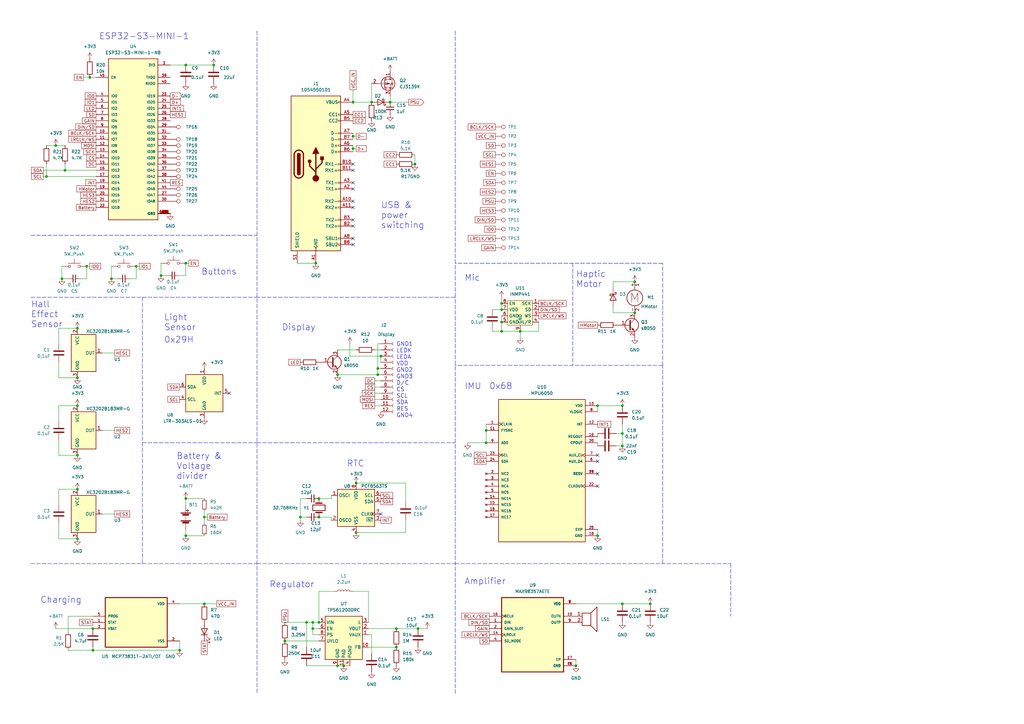
<source format=kicad_sch>
(kicad_sch (version 20211123) (generator eeschema)
  (paper "A3")
  (title_block (title "Nebula") (rev "V0.0") (company "Nicholas Gray"))
  (junction (at 205.74 124.46))
  (junction (at 199.39 176.53))
  (junction (at 38.1 257.81))
  (junction (at 130.81 255.27))
  (junction (at 130.81 204.47))
  (junction (at 205.74 135.89))
  (junction (at 255.27 182.88))
  (junction (at 125.73 255.27))
  (junction (at 170.18 67.31))
  (junction (at 144.78 60.96))
  (junction (at 83.82 247.65))
  (junction (at 245.11 166.37))
  (junction (at 26.67 69.85))
  (junction (at 76.2 219.71))
  (junction (at 138.43 273.05))
  (junction (at 260.35 128.27))
  (junction (at 255.27 166.37))
  (junction (at 128.27 255.27))
  (junction (at 87.63 26.67))
  (junction (at 213.36 135.89))
  (junction (at 154.94 153.67))
  (junction (at 156.21 146.05))
  (junction (at 22.86 59.69))
  (junction (at 144.78 55.88))
  (junction (at 162.56 257.81))
  (junction (at 130.81 212.09))
  (junction (at 116.84 262.89))
  (junction (at 36.83 31.75))
  (junction (at 129.54 107.95))
  (junction (at 199.39 181.61))
  (junction (at 152.4 41.91))
  (junction (at 76.2 107.95))
  (junction (at 31.75 166.37))
  (junction (at 205.74 132.08))
  (junction (at 45.72 114.3))
  (junction (at 76.2 204.47))
  (junction (at 31.75 186.69))
  (junction (at 25.4 114.3))
  (junction (at 66.04 113.03))
  (junction (at 236.22 273.05))
  (junction (at 266.7 247.65))
  (junction (at 19.05 72.39))
  (junction (at 140.97 273.05))
  (junction (at 245.11 219.71))
  (junction (at 38.1 266.7))
  (junction (at 255.27 177.8))
  (junction (at 55.88 109.22))
  (junction (at 146.05 218.44))
  (junction (at 162.56 265.43))
  (junction (at 160.02 41.91))
  (junction (at 171.45 257.81))
  (junction (at 31.75 220.98))
  (junction (at 260.35 115.57))
  (junction (at 73.66 266.7))
  (junction (at 128.27 257.81))
  (junction (at 154.94 151.13))
  (junction (at 31.75 200.66))
  (junction (at 31.75 154.94))
  (junction (at 35.56 109.22))
  (junction (at 31.75 134.62))
  (junction (at 255.27 247.65))
  (junction (at 83.82 212.09))
  (junction (at 123.19 212.09))
  (junction (at 138.43 153.67))
  (junction (at 144.78 41.91))
  (junction (at 146.05 198.12))
  (junction (at 76.2 26.67))
  (junction (at 205.74 127))
  (no_connect (at 144.78 69.85))
  (no_connect (at 156.21 210.82))
  (no_connect (at 144.78 92.71))
  (no_connect (at 245.11 199.39))
  (no_connect (at 144.78 67.31))
  (no_connect (at 245.11 194.31))
  (no_connect (at 144.78 82.55))
  (no_connect (at 93.98 161.29))
  (no_connect (at 144.78 90.17))
  (no_connect (at 144.78 85.09))
  (no_connect (at 144.78 100.33))
  (no_connect (at 144.78 97.79))
  (no_connect (at 245.11 189.23))
  (no_connect (at 144.78 77.47))
  (no_connect (at 245.11 186.69))
  (no_connect (at 144.78 74.93))
  (wire (pts (xy 201.93 135.89) (xy 205.74 135.89)))
  (wire (pts (xy 27.94 252.73) (xy 27.94 259.08)))
  (wire (pts (xy 66.04 113.03) (xy 68.58 113.03)))
  (wire (pts (xy 45.72 109.22) (xy 45.72 114.3)))
  (wire (pts (xy 252.73 182.88) (xy 255.27 182.88)))
  (wire (pts (xy 38.1 266.7) (xy 38.1 265.43)))
  (wire (pts (xy 201.93 135.89) (xy 201.93 134.62)))
  (wire (pts (xy 151.13 242.57) (xy 151.13 255.27)))
  (wire (pts (xy 152.4 260.35) (xy 152.4 267.97)))
  (polyline (pts (xy 12.7 231.14) (xy 58.42 231.14)))
  (wire (pts (xy 123.19 212.09) (xy 123.19 213.36)))
  (wire (pts (xy 17.78 72.39) (xy 19.05 72.39)))
  (wire (pts (xy 128.27 257.81) (xy 128.27 260.35)))
  (wire (pts (xy 24.13 220.98) (xy 31.75 220.98)))
  (wire (pts (xy 156.21 146.05) (xy 156.21 148.59)))
  (polyline (pts (xy 58.42 181.61) (xy 105.41 181.61)))
  (wire (pts (xy 125.73 255.27) (xy 128.27 255.27)))
  (wire (pts (xy 22.86 59.69) (xy 26.67 59.69)))
  (wire (pts (xy 255.27 177.8) (xy 255.27 182.88)))
  (wire (pts (xy 153.67 156.21) (xy 156.21 156.21)))
  (wire (pts (xy 83.82 209.55) (xy 83.82 212.09)))
  (wire (pts (xy 45.72 114.3) (xy 48.26 114.3)))
  (wire (pts (xy 76.2 107.95) (xy 76.2 113.03)))
  (wire (pts (xy 260.35 128.27) (xy 251.46 128.27)))
  (wire (pts (xy 251.46 115.57) (xy 260.35 115.57)))
  (wire (pts (xy 76.2 204.47) (xy 76.2 207.01)))
  (wire (pts (xy 140.97 273.05) (xy 143.51 273.05)))
  (wire (pts (xy 213.36 138.43) (xy 213.36 135.89)))
  (wire (pts (xy 245.11 182.88) (xy 245.11 181.61)))
  (polyline (pts (xy 271.78 107.95) (xy 186.69 107.95)))
  (wire (pts (xy 166.37 218.44) (xy 166.37 213.36)))
  (wire (pts (xy 130.81 212.09) (xy 135.89 212.09)))
  (wire (pts (xy 170.18 63.5) (xy 170.18 67.31)))
  (wire (pts (xy 205.74 132.08) (xy 205.74 135.89)))
  (wire (pts (xy 83.82 247.65) (xy 88.9 247.65)))
  (polyline (pts (xy 186.69 12.7) (xy 186.69 121.92)))
  (polyline (pts (xy 271.78 231.14) (xy 271.78 149.86)))
  (wire (pts (xy 38.1 252.73) (xy 27.94 252.73)))
  (wire (pts (xy 76.2 26.67) (xy 69.85 26.67)))
  (wire (pts (xy 255.27 173.99) (xy 255.27 177.8)))
  (wire (pts (xy 144.78 59.69) (xy 144.78 60.96)))
  (wire (pts (xy 24.13 166.37) (xy 24.13 172.72)))
  (polyline (pts (xy 271.78 149.86) (xy 186.69 149.86)))
  (wire (pts (xy 35.56 109.22) (xy 35.56 114.3)))
  (wire (pts (xy 125.73 204.47) (xy 123.19 204.47)))
  (wire (pts (xy 245.11 177.8) (xy 245.11 179.07)))
  (wire (pts (xy 123.19 204.47) (xy 123.19 212.09)))
  (wire (pts (xy 76.2 204.47) (xy 83.82 204.47)))
  (wire (pts (xy 55.88 109.22) (xy 55.88 114.3)))
  (wire (pts (xy 128.27 255.27) (xy 128.27 257.81)))
  (wire (pts (xy 130.81 242.57) (xy 137.16 242.57)))
  (wire (pts (xy 171.45 257.81) (xy 162.56 257.81)))
  (wire (pts (xy 41.91 210.82) (xy 46.99 210.82)))
  (wire (pts (xy 26.67 69.85) (xy 39.37 69.85)))
  (wire (pts (xy 22.86 257.81) (xy 38.1 257.81)))
  (wire (pts (xy 19.05 67.31) (xy 19.05 72.39)))
  (wire (pts (xy 25.4 114.3) (xy 27.94 114.3)))
  (wire (pts (xy 41.91 144.78) (xy 46.99 144.78)))
  (wire (pts (xy 151.13 265.43) (xy 162.56 265.43)))
  (polyline (pts (xy 58.42 121.92) (xy 58.42 231.14)))
  (wire (pts (xy 26.67 67.31) (xy 26.67 69.85)))
  (wire (pts (xy 144.78 55.88) (xy 144.78 57.15)))
  (wire (pts (xy 154.94 153.67) (xy 156.21 153.67)))
  (wire (pts (xy 73.66 266.7) (xy 38.1 266.7)))
  (wire (pts (xy 17.78 69.85) (xy 26.67 69.85)))
  (wire (pts (xy 36.83 31.75) (xy 39.37 31.75)))
  (wire (pts (xy 33.02 114.3) (xy 35.56 114.3)))
  (wire (pts (xy 153.67 161.29) (xy 156.21 161.29)))
  (wire (pts (xy 175.26 257.81) (xy 171.45 257.81)))
  (wire (pts (xy 73.66 262.89) (xy 73.66 266.7)))
  (polyline (pts (xy 234.95 107.95) (xy 234.95 149.86)))
  (wire (pts (xy 53.34 114.3) (xy 55.88 114.3)))
  (wire (pts (xy 251.46 118.11) (xy 251.46 115.57)))
  (polyline (pts (xy 12.7 121.92) (xy 105.41 121.92)))
  (wire (pts (xy 76.2 219.71) (xy 76.2 217.17)))
  (wire (pts (xy 128.27 255.27) (xy 130.81 255.27)))
  (polyline (pts (xy 105.41 181.61) (xy 186.69 181.61)))
  (wire (pts (xy 123.19 212.09) (xy 125.73 212.09)))
  (wire (pts (xy 135.89 204.47) (xy 135.89 203.2)))
  (polyline (pts (xy 105.41 231.14) (xy 186.69 231.14)))
  (wire (pts (xy 24.13 134.62) (xy 24.13 140.97)))
  (wire (pts (xy 220.98 135.89) (xy 213.36 135.89)))
  (wire (pts (xy 236.22 247.65) (xy 255.27 247.65)))
  (wire (pts (xy 128.27 257.81) (xy 130.81 257.81)))
  (polyline (pts (xy 186.69 231.14) (xy 299.72 231.14)))
  (polyline (pts (xy 271.78 149.86) (xy 271.78 107.95)))
  (wire (pts (xy 24.13 148.59) (xy 24.13 154.94)))
  (wire (pts (xy 154.94 151.13) (xy 156.21 151.13)))
  (wire (pts (xy 144.78 36.83) (xy 144.78 41.91)))
  (wire (pts (xy 125.73 273.05) (xy 138.43 273.05)))
  (wire (pts (xy 156.21 140.97) (xy 154.94 140.97)))
  (wire (pts (xy 24.13 154.94) (xy 31.75 154.94)))
  (wire (pts (xy 35.56 109.22) (xy 36.83 109.22)))
  (wire (pts (xy 245.11 217.17) (xy 245.11 219.71)))
  (wire (pts (xy 153.67 158.75) (xy 156.21 158.75)))
  (wire (pts (xy 83.82 212.09) (xy 83.82 214.63)))
  (wire (pts (xy 205.74 121.92) (xy 205.74 124.46)))
  (wire (pts (xy 152.4 34.29) (xy 152.4 41.91)))
  (wire (pts (xy 130.81 204.47) (xy 135.89 204.47)))
  (polyline (pts (xy 105.41 12.7) (xy 105.41 284.48)))
  (wire (pts (xy 19.05 72.39) (xy 39.37 72.39)))
  (wire (pts (xy 144.78 242.57) (xy 151.13 242.57)))
  (wire (pts (xy 143.51 140.97) (xy 143.51 146.05)))
  (wire (pts (xy 199.39 181.61) (xy 199.39 176.53)))
  (wire (pts (xy 236.22 270.51) (xy 236.22 273.05)))
  (wire (pts (xy 153.67 166.37) (xy 156.21 166.37)))
  (wire (pts (xy 252.73 177.8) (xy 255.27 177.8)))
  (wire (pts (xy 146.05 218.44) (xy 166.37 218.44)))
  (wire (pts (xy 220.98 132.08) (xy 220.98 135.89)))
  (wire (pts (xy 151.13 257.81) (xy 162.56 257.81)))
  (wire (pts (xy 73.66 247.65) (xy 83.82 247.65)))
  (wire (pts (xy 166.37 198.12) (xy 146.05 198.12)))
  (wire (pts (xy 138.43 153.67) (xy 154.94 153.67)))
  (wire (pts (xy 31.75 200.66) (xy 24.13 200.66)))
  (polyline (pts (xy 12.7 96.52) (xy 105.41 96.52)))
  (wire (pts (xy 146.05 143.51) (xy 138.43 143.51)))
  (wire (pts (xy 116.84 255.27) (xy 125.73 255.27)))
  (wire (pts (xy 41.91 176.53) (xy 46.99 176.53)))
  (wire (pts (xy 130.81 255.27) (xy 130.81 242.57)))
  (wire (pts (xy 144.78 55.88) (xy 146.05 55.88)))
  (wire (pts (xy 143.51 146.05) (xy 156.21 146.05)))
  (wire (pts (xy 27.94 266.7) (xy 38.1 266.7)))
  (wire (pts (xy 76.2 107.95) (xy 77.47 107.95)))
  (polyline (pts (xy 299.72 231.14) (xy 299.72 252.73)))
  (wire (pts (xy 24.13 180.34) (xy 24.13 186.69)))
  (wire (pts (xy 76.2 219.71) (xy 83.82 219.71)))
  (wire (pts (xy 144.78 60.96) (xy 146.05 60.96)))
  (wire (pts (xy 24.13 200.66) (xy 24.13 207.01)))
  (wire (pts (xy 154.94 151.13) (xy 154.94 153.67)))
  (wire (pts (xy 87.63 26.67) (xy 76.2 26.67)))
  (polyline (pts (xy 186.69 121.92) (xy 105.41 121.92)))
  (wire (pts (xy 19.05 59.69) (xy 22.86 59.69)))
  (wire (pts (xy 199.39 173.99) (xy 199.39 176.53)))
  (wire (pts (xy 85.09 212.09) (xy 83.82 212.09)))
  (wire (pts (xy 151.13 260.35) (xy 152.4 260.35)))
  (wire (pts (xy 245.11 166.37) (xy 255.27 166.37)))
  (wire (pts (xy 255.27 247.65) (xy 266.7 247.65)))
  (wire (pts (xy 153.67 163.83) (xy 156.21 163.83)))
  (wire (pts (xy 191.77 181.61) (xy 199.39 181.61)))
  (wire (pts (xy 160.02 39.37) (xy 160.02 41.91)))
  (wire (pts (xy 160.02 41.91) (xy 167.64 41.91)))
  (wire (pts (xy 201.93 127) (xy 205.74 127)))
  (wire (pts (xy 31.75 166.37) (xy 24.13 166.37)))
  (wire (pts (xy 245.11 166.37) (xy 245.11 168.91)))
  (wire (pts (xy 24.13 186.69) (xy 31.75 186.69)))
  (wire (pts (xy 144.78 60.96) (xy 144.78 62.23)))
  (wire (pts (xy 205.74 124.46) (xy 205.74 127)))
  (wire (pts (xy 24.13 214.63) (xy 24.13 220.98)))
  (wire (pts (xy 251.46 128.27) (xy 251.46 125.73)))
  (wire (pts (xy 55.88 109.22) (xy 57.15 109.22)))
  (polyline (pts (xy 58.42 231.14) (xy 105.41 231.14)))
  (wire (pts (xy 73.66 113.03) (xy 76.2 113.03)))
  (wire (pts (xy 34.29 31.75) (xy 36.83 31.75)))
  (wire (pts (xy 138.43 273.05) (xy 140.97 273.05)))
  (wire (pts (xy 130.81 260.35) (xy 128.27 260.35)))
  (wire (pts (xy 66.04 107.95) (xy 66.04 113.03)))
  (wire (pts (xy 144.78 41.91) (xy 152.4 41.91)))
  (wire (pts (xy 166.37 205.74) (xy 166.37 198.12)))
  (wire (pts (xy 121.92 107.95) (xy 129.54 107.95)))
  (wire (pts (xy 205.74 129.54) (xy 205.74 132.08)))
  (wire (pts (xy 213.36 135.89) (xy 205.74 135.89)))
  (polyline (pts (xy 186.69 284.48) (xy 186.69 121.92)))
  (wire (pts (xy 25.4 109.22) (xy 25.4 114.3)))
  (wire (pts (xy 144.78 54.61) (xy 144.78 55.88)))
  (wire (pts (xy 154.94 140.97) (xy 154.94 151.13)))
  (wire (pts (xy 116.84 262.89) (xy 130.81 262.89)))
  (wire (pts (xy 125.73 255.27) (xy 125.73 265.43)))
  (wire (pts (xy 31.75 134.62) (xy 24.13 134.62)))
  (wire (pts (xy 135.89 212.09) (xy 135.89 213.36)))
  (wire (pts (xy 153.67 143.51) (xy 156.21 143.51)))
  (text "0x68" (at 200.66 160.02 0) (effects (font (size 2.54 2.54)) (justify left bottom)))
  (text "Regulator\n" (at 110.49 241.3 0) (effects (font (size 2.54 2.54)) (justify left bottom)))
  (text "Hall\nEffect\nSensor\n" (at 12.7 134.62 0) (effects (font (size 2.54 2.54)) (justify left bottom)))
  (text "Charging\n" (at 16.51 247.65 0) (effects (font (size 2.54 2.54)) (justify left bottom)))
  (text "GND1\nLEDK\nLEDA\nVDD\nGND2\nGND3\nD/C\nCS\nSCL\nSDA\nRES\nGND4\n" (at 162.56 171.45 0) (effects (font (size 1.651 1.651)) (justify left bottom)))
  (text "Haptic\nMotor\n" (at 236.22 118.11 0) (effects (font (size 2.54 2.54)) (justify left bottom)))
  (text "Amplifier\n" (at 190.5 240.03 0) (effects (font (size 2.54 2.54)) (justify left bottom)))
  (text "Display\n" (at 115.57 135.89 0) (effects (font (size 2.54 2.54)) (justify left bottom)))
  (text "USB &\npower\nswitching\n" (at 156.21 93.98 0) (effects (font (size 2.54 2.54)) (justify left bottom)))
  (text "ESP32-S3-MINI-1\n" (at 40.64 16.51 0) (effects (font (size 2.54 2.54)) (justify left bottom)))
  (text "Mic\n" (at 190.5 115.57 0) (effects (font (size 2.54 2.54)) (justify left bottom)))
  (text "Light\nSensor\n" (at 67.31 135.89 0) (effects (font (size 2.54 2.54)) (justify left bottom)))
  (text "IMU\n" (at 190.5 160.02 0) (effects (font (size 2.54 2.54)) (justify left bottom)))
  (text "0x29H\n" (at 67.31 140.97 0) (effects (font (size 2.54 2.54)) (justify left bottom)))
  (text "Buttons\n" (at 82.55 113.03 0) (effects (font (size 2.54 2.54)) (justify left bottom)))
  (text "Battery &\nVoltage\ndivider\n" (at 72.39 196.85 0) (effects (font (size 2.54 2.54)) (justify left bottom)))
  (text "RTC\n" (at 142.24 191.77 0) (effects (font (size 2.54 2.54)) (justify left bottom)))
  (global_label "Battery" (shape passive) (at 85.09 212.09 0) (property "Intersheet References" "${INTERSHEET_REFS}" (effects hide)))
  (global_label "LRCLK{slash}WS" (shape passive) (at 39.37 57.15 180) (property "Intersheet References" "${INTERSHEET_REFS}" (effects hide)))
  (global_label "GAIN" (shape passive) (at 200.66 257.81 180) (property "Intersheet References" "${INTERSHEET_REFS}" (effects hide)))
  (global_label "SCL" (shape passive) (at 156.21 203.2 0) (property "Intersheet References" "${INTERSHEET_REFS}" (effects hide)))
  (global_label "GAIN" (shape passive) (at 39.37 49.53 180) (property "Intersheet References" "${INTERSHEET_REFS}" (effects hide)))
  (global_label "INT1" (shape passive) (at 245.11 173.99 0) (property "Intersheet References" "${INTERSHEET_REFS}" (effects hide)))
  (global_label "DC" (shape passive) (at 39.37 67.31 180) (property "Intersheet References" "${INTERSHEET_REFS}" (effects hide)))
  (global_label "BCLK{slash}SCK" (shape passive) (at 39.37 54.61 180) (property "Intersheet References" "${INTERSHEET_REFS}" (effects hide)))
  (global_label "PSU" (shape passive) (at 203.2 82.55 180) (property "Intersheet References" "${INTERSHEET_REFS}" (effects hide)))
  (global_label "STAT" (shape passive) (at 38.1 255.27 180) (property "Intersheet References" "${INTERSHEET_REFS}" (effects hide)))
  (global_label "CC1" (shape passive) (at 144.78 46.99 0) (property "Intersheet References" "${INTERSHEET_REFS}" (effects hide)))
  (global_label "SDA" (shape passive) (at 203.2 74.93 180) (property "Intersheet References" "${INTERSHEET_REFS}" (effects hide)))
  (global_label "Battery" (shape passive) (at 39.37 85.09 180) (property "Intersheet References" "${INTERSHEET_REFS}" (effects hide)))
  (global_label "EN" (shape passive) (at 203.2 71.12 180) (property "Intersheet References" "${INTERSHEET_REFS}" (effects hide)))
  (global_label "HES2" (shape passive) (at 39.37 82.55 180) (property "Intersheet References" "${INTERSHEET_REFS}" (effects hide)))
  (global_label "DIN{slash}SD" (shape passive) (at 39.37 52.07 180) (property "Intersheet References" "${INTERSHEET_REFS}" (effects hide)))
  (global_label "IO0" (shape passive) (at 39.37 39.37 180) (property "Intersheet References" "${INTERSHEET_REFS}" (effects hide)))
  (global_label "DIN{slash}SD" (shape passive) (at 220.98 127 0) (property "Intersheet References" "${INTERSHEET_REFS}" (effects hide)))
  (global_label "SCL" (shape passive) (at 203.2 63.5 180) (property "Intersheet References" "${INTERSHEET_REFS}" (effects hide)))
  (global_label "SD" (shape passive) (at 203.2 59.69 180) (property "Intersheet References" "${INTERSHEET_REFS}" (effects hide)))
  (global_label "IO0" (shape passive) (at 36.83 109.22 0) (property "Intersheet References" "${INTERSHEET_REFS}" (effects hide)))
  (global_label "D+" (shape passive) (at 69.85 41.91 0) (property "Intersheet References" "${INTERSHEET_REFS}" (effects hide)))
  (global_label "CS" (shape passive) (at 153.67 158.75 180) (property "Intersheet References" "${INTERSHEET_REFS}" (effects hide)))
  (global_label "SDA" (shape passive) (at 73.66 158.75 180) (property "Intersheet References" "${INTERSHEET_REFS}" (effects hide)))
  (global_label "HES2" (shape passive) (at 46.99 176.53 0) (property "Intersheet References" "${INTERSHEET_REFS}" (effects hide)))
  (global_label "SCL" (shape passive) (at 199.39 186.69 180) (property "Intersheet References" "${INTERSHEET_REFS}" (effects hide)))
  (global_label "CC2" (shape passive) (at 162.56 63.5 180) (property "Intersheet References" "${INTERSHEET_REFS}" (effects hide)))
  (global_label "DIN{slash}SD" (shape passive) (at 203.2 90.17 180) (property "Intersheet References" "${INTERSHEET_REFS}" (effects hide)))
  (global_label "SD" (shape passive) (at 39.37 46.99 180) (property "Intersheet References" "${INTERSHEET_REFS}" (effects hide)))
  (global_label "DIN{slash}SD" (shape passive) (at 200.66 255.27 180) (property "Intersheet References" "${INTERSHEET_REFS}" (effects hide)))
  (global_label "RES" (shape passive) (at 153.67 166.37 180) (property "Intersheet References" "${INTERSHEET_REFS}" (effects hide)))
  (global_label "SCL" (shape passive) (at 73.66 163.83 180) (property "Intersheet References" "${INTERSHEET_REFS}" (effects hide)))
  (global_label "CC2" (shape passive) (at 144.78 49.53 0) (property "Intersheet References" "${INTERSHEET_REFS}" (effects hide)))
  (global_label "VCC_IN" (shape passive) (at 144.78 36.83 90) (property "Intersheet References" "${INTERSHEET_REFS}" (effects hide)))
  (global_label "LED" (shape passive) (at 39.37 44.45 180) (property "Intersheet References" "${INTERSHEET_REFS}" (effects hide)))
  (global_label "SCK" (shape passive) (at 153.67 161.29 180) (property "Intersheet References" "${INTERSHEET_REFS}" (effects hide)))
  (global_label "D-" (shape passive) (at 69.85 39.37 0) (property "Intersheet References" "${INTERSHEET_REFS}" (effects hide)))
  (global_label "HES1" (shape passive) (at 69.85 46.99 0) (property "Intersheet References" "${INTERSHEET_REFS}" (effects hide)))
  (global_label "PSU" (shape passive) (at 116.84 255.27 90) (property "Intersheet References" "${INTERSHEET_REFS}" (effects hide)))
  (global_label "HMotor" (shape passive) (at 245.11 133.35 180) (property "Intersheet References" "${INTERSHEET_REFS}" (effects hide)))
  (global_label "SDA" (shape passive) (at 199.39 189.23 180) (property "Intersheet References" "${INTERSHEET_REFS}" (effects hide)))
  (global_label "INT" (shape passive) (at 39.37 74.93 180) (property "Intersheet References" "${INTERSHEET_REFS}" (effects hide)))
  (global_label "CS" (shape passive) (at 39.37 64.77 180) (property "Intersheet References" "${INTERSHEET_REFS}" (effects hide)))
  (global_label "D+" (shape passive) (at 146.05 60.96 0) (property "Intersheet References" "${INTERSHEET_REFS}" (effects hide)))
  (global_label "IO0" (shape passive) (at 203.2 93.98 180) (property "Intersheet References" "${INTERSHEET_REFS}" (effects hide)))
  (global_label "CC1" (shape passive) (at 162.56 67.31 180) (property "Intersheet References" "${INTERSHEET_REFS}" (effects hide)))
  (global_label "HES1" (shape passive) (at 46.99 144.78 0) (property "Intersheet References" "${INTERSHEET_REFS}" (effects hide)))
  (global_label "STAT" (shape passive) (at 83.82 262.89 270) (property "Intersheet References" "${INTERSHEET_REFS}" (effects hide)))
  (global_label "VCC_IN" (shape passive) (at 88.9 247.65 0) (property "Intersheet References" "${INTERSHEET_REFS}" (effects hide)))
  (global_label "IO1" (shape passive) (at 57.15 109.22 0) (property "Intersheet References" "${INTERSHEET_REFS}" (effects hide)))
  (global_label "SCK" (shape passive) (at 39.37 62.23 180) (property "Intersheet References" "${INTERSHEET_REFS}" (effects hide)))
  (global_label "HES2" (shape passive) (at 203.2 78.74 180) (property "Intersheet References" "${INTERSHEET_REFS}" (effects hide)))
  (global_label "EN" (shape passive) (at 34.29 31.75 180) (property "Intersheet References" "${INTERSHEET_REFS}" (effects hide)))
  (global_label "BCLK{slash}SCK" (shape passive) (at 200.66 252.73 180) (property "Intersheet References" "${INTERSHEET_REFS}" (effects hide)))
  (global_label "INT" (shape passive) (at 156.21 213.36 0) (property "Intersheet References" "${INTERSHEET_REFS}" (effects hide)))
  (global_label "SD" (shape passive) (at 200.66 262.89 180) (property "Intersheet References" "${INTERSHEET_REFS}" (effects hide)))
  (global_label "HES1" (shape passive) (at 203.2 67.31 180) (property "Intersheet References" "${INTERSHEET_REFS}" (effects hide)))
  (global_label "GAIN" (shape passive) (at 203.2 101.6 180) (property "Intersheet References" "${INTERSHEET_REFS}" (effects hide)))
  (global_label "RES" (shape passive) (at 69.85 74.93 0) (property "Intersheet References" "${INTERSHEET_REFS}" (effects hide)))
  (global_label "EN" (shape passive) (at 77.47 107.95 0) (property "Intersheet References" "${INTERSHEET_REFS}" (effects hide)))
  (global_label "PSU" (shape output) (at 167.64 41.91 0) (property "Intersheet References" "${INTERSHEET_REFS}" (effects hide)))
  (global_label "IO1" (shape passive) (at 39.37 41.91 180) (property "Intersheet References" "${INTERSHEET_REFS}" (effects hide)))
  (global_label "HES3" (shape passive) (at 39.37 80.01 180) (property "Intersheet References" "${INTERSHEET_REFS}" (effects hide)))
  (global_label "MOSI" (shape passive) (at 153.67 163.83 180) (property "Intersheet References" "${INTERSHEET_REFS}" (effects hide)))
  (global_label "INT1" (shape passive) (at 69.85 44.45 0) (property "Intersheet References" "${INTERSHEET_REFS}" (effects hide)))
  (global_label "SCL" (shape passive) (at 17.78 72.39 180) (property "Intersheet References" "${INTERSHEET_REFS}" (effects hide)))
  (global_label "LRCLK{slash}WS" (shape passive) (at 220.98 129.54 0) (property "Intersheet References" "${INTERSHEET_REFS}" (effects hide)))
  (global_label "MOSI" (shape passive) (at 39.37 59.69 180) (property "Intersheet References" "${INTERSHEET_REFS}" (effects hide)))
  (global_label "VCC_IN" (shape passive) (at 203.2 55.88 180) (property "Intersheet References" "${INTERSHEET_REFS}" (effects hide)))
  (global_label "LRCLK{slash}WS" (shape passive) (at 200.66 260.35 180) (property "Intersheet References" "${INTERSHEET_REFS}" (effects hide)))
  (global_label "LRCLK{slash}WS" (shape passive) (at 203.2 97.79 180) (property "Intersheet References" "${INTERSHEET_REFS}" (effects hide)))
  (global_label "DC" (shape passive) (at 153.67 156.21 180) (property "Intersheet References" "${INTERSHEET_REFS}" (effects hide)))
  (global_label "SDA" (shape passive) (at 17.78 69.85 180) (property "Intersheet References" "${INTERSHEET_REFS}" (effects hide)))
  (global_label "BCLK{slash}SCK" (shape passive) (at 220.98 124.46 0) (property "Intersheet References" "${INTERSHEET_REFS}" (effects hide)))
  (global_label "HES3" (shape passive) (at 46.99 210.82 0) (property "Intersheet References" "${INTERSHEET_REFS}" (effects hide)))
  (global_label "SDA" (shape passive) (at 156.21 205.74 0) (property "Intersheet References" "${INTERSHEET_REFS}" (effects hide)))
  (global_label "HES3" (shape passive) (at 203.2 86.36 180) (property "Intersheet References" "${INTERSHEET_REFS}" (effects hide)))
  (global_label "D-" (shape passive) (at 146.05 55.88 0) (property "Intersheet References" "${INTERSHEET_REFS}" (effects hide)))
  (global_label "LED" (shape passive) (at 123.19 148.59 180) (property "Intersheet References" "${INTERSHEET_REFS}" (effects hide)))
  (global_label "HMotor" (shape passive) (at 39.37 77.47 180) (property "Intersheet References" "${INTERSHEET_REFS}" (effects hide)))
  (global_label "BCLK{slash}SCK" (shape passive) (at 203.2 52.07 180) (property "Intersheet References" "${INTERSHEET_REFS}" (effects hide)))
  (symbol (lib_id "power:+3.3V") (at 22.86 59.69 0) (unit 1)
    (property "Reference" "#PWR0151" (effects hide))
    (property "Value" "+3.3V" (at 22.86 54.61 0))
  )
  (symbol (lib_id "power:GND") (at 87.63 34.29 0) (mirror y) (unit 1)
    (property "Reference" "#PWR0109" (effects hide))
    (property "Value" "GND" (at 87.63 39.37 0))
  )
  (symbol (lib_name "DRV5033AJxDBZ_1") (lib_id "Sensor_Magnetic:DRV5033AJxDBZ") (at 34.29 144.78 0) (unit 1)
    (property "Reference" "U1" (at 49.53 147.32 0) (effects (justify right)))
    (property "Value" "XC3202B183MR-G" (at 53.34 135.89 0) (effects (justify right)))
    (property "Footprint" "Package_TO_SOT_SMD:SOT-23" (effects hide))
    (property "Datasheet" "https://www.ti.com/lit/ds/symlink/drv5033.pdf" (effects hide))
  )
  (symbol (lib_id "Device:R") (at 152.4 45.72 180) (unit 1)
    (property "Reference" "R13" (at 154.94 48.26 0))
    (property "Value" "100K" (at 156.21 45.72 0))
    (property "Footprint" "Resistor_SMD:R_0402_1005Metric" (effects hide))
    (property "LCSC" "C413017" (effects hide))
  )
  (symbol (lib_id "Device:R") (at 162.56 269.24 0) (unit 1)
    (property "Reference" "R15" (at 165.1 267.9699 0) (effects (justify left)))
    (property "Value" "180k" (at 165.1 270.51 0) (effects (justify left)))
    (property "Footprint" "Resistor_SMD:R_0402_1005Metric" (effects hide))
    (property "LCSC" "C2909325" (effects hide))
  )
  (symbol (lib_id "Connector:TestPoint") (at 69.85 52.07 270) (unit 1)
    (property "Reference" "TP16" (at 76.2 52.07 90) (effects (justify left)))
    (property "Value" "TestPoint" (effects hide))
    (property "Footprint" "TestPoint:TestPoint_Pad_1.5x1.5mm" (effects hide))
  )
  (symbol (lib_id "power:GND") (at 146.05 218.44 0) (unit 1)
    (property "Reference" "#PWR0134" (effects hide))
    (property "Value" "GND" (effects hide))
  )
  (symbol (lib_id "Device:D_Schottky") (at 251.46 121.92 270) (unit 1)
    (property "Reference" "D3" (at 254 120.6499 90) (effects (justify left)))
    (property "Value" "SD0805S020S1R0" (effects hide))
    (property "Footprint" "Diode_SMD:D_0603_1608Metric" (effects hide))
    (property "LCSC" "C143773" (effects hide))
  )
  (symbol (lib_id "Device:C") (at 152.4 271.78 0) (unit 1)
    (property "Reference" "C14" (at 154.94 270.51 0) (effects (justify left)))
    (property "Value" "0.1uF" (at 154.94 273.05 0) (effects (justify left)))
    (property "Footprint" "Capacitor_SMD:C_0402_1005Metric" (effects hide))
    (property "LCSC" "C123453" (effects hide))
  )
  (symbol (lib_id "Connector:TestPoint") (at 69.85 67.31 270) (unit 1)
    (property "Reference" "TP22" (at 76.2 67.31 90) (effects (justify left)))
    (property "Value" "TestPoint" (effects hide))
    (property "Footprint" "TestPoint:TestPoint_Pad_1.5x1.5mm" (effects hide))
  )
  (symbol (lib_id "Device:C") (at 255.27 170.18 180) (unit 1)
    (property "Reference" "C20" (at 259.08 168.9099 0) (effects (justify right)))
    (property "Value" "0.1uF" (at 259.08 171.4499 0) (effects (justify right)))
    (property "Footprint" "Capacitor_SMD:C_0402_1005Metric" (effects hide))
    (property "LCSC" "C123453" (effects hide))
  )
  (symbol (lib_id "Device:R") (at 166.37 63.5 270) (unit 1)
    (property "Reference" "R16" (at 166.37 58.42 90))
    (property "Value" "5.1K" (at 166.37 60.96 90))
    (property "Footprint" "Resistor_SMD:R_0402_1005Metric" (effects hide))
    (property "LCSC" "C328327" (effects hide))
  )
  (symbol (lib_id "Device:C_Small") (at 50.8 114.3 270) (mirror x) (unit 1)
    (property "Reference" "C7" (at 50.8 119.38 90))
    (property "Value" "0.1uF" (at 50.8 116.84 90))
    (property "Footprint" "Capacitor_SMD:C_0402_1005Metric" (effects hide))
    (property "LCSC" "C123453" (effects hide))
  )
  (symbol (lib_id "Device:C") (at 24.13 210.82 0) (unit 1)
    (property "Reference" "C3" (at 17.78 209.55 0) (effects (justify left)))
    (property "Value" "0.1uF" (at 15.24 212.09 0) (effects (justify left)))
    (property "Footprint" "Capacitor_SMD:C_0402_1005Metric" (effects hide))
    (property "LCSC" "C123453" (effects hide))
  )
  (symbol (lib_id "Connector:TestPoint") (at 69.85 62.23 270) (unit 1)
    (property "Reference" "TP20" (at 76.2 62.23 90) (effects (justify left)))
    (property "Value" "TestPoint" (effects hide))
    (property "Footprint" "TestPoint:TestPoint_Pad_1.5x1.5mm" (effects hide))
  )
  (symbol (lib_id "Device:C") (at 38.1 261.62 0) (unit 1)
    (property "Reference" "C6" (at 31.75 260.35 0) (effects (justify left)))
    (property "Value" "4.7uF" (at 30.48 262.89 0) (effects (justify left)))
    (property "Footprint" "Capacitor_SMD:C_0402_1005Metric" (effects hide))
    (property "LCSC" "C87147" (effects hide))
  )
  (symbol (lib_id "power:GND") (at 266.7 255.27 0) (unit 1)
    (property "Reference" "#PWR0137" (effects hide))
    (property "Value" "GND" (at 266.7 260.35 0))
  )
  (symbol (lib_id "power:GND") (at 255.27 182.88 0) (unit 1)
    (property "Reference" "#PWR0144" (effects hide))
    (property "Value" "GND" (at 255.27 187.96 0))
  )
  (symbol (lib_id "power:GND") (at 83.82 171.45 0) (unit 1)
    (property "Reference" "#PWR0106" (effects hide))
    (property "Value" "GND" (effects hide))
  )
  (symbol (lib_id "power:GND") (at 160.02 46.99 0) (unit 1)
    (property "Reference" "#PWR0118" (effects hide))
    (property "Value" "GND" (at 160.02 52.07 0))
  )
  (symbol (lib_id "power:GND") (at 129.54 107.95 0) (unit 1)
    (property "Reference" "#PWR0121" (effects hide))
    (property "Value" "GND" (at 129.54 113.03 0))
  )
  (symbol (lib_id "Switch:SW_Push") (at 71.12 107.95 0) (mirror y) (unit 1)
    (property "Reference" "SW1" (at 71.12 100.33 0))
    (property "Value" "SW_Push" (at 71.12 102.87 0))
    (property "Footprint" "footprint:SW_EVQ-P7J01P" (effects hide))
  )
  (symbol (lib_id "power:+3.3V") (at 36.83 24.13 0) (unit 1)
    (property "Reference" "#PWR0150" (effects hide))
    (property "Value" "+3.3V" (at 36.83 19.05 0))
  )
  (symbol (lib_id "power:GND") (at 191.77 181.61 0) (unit 1)
    (property "Reference" "#PWR0142" (effects hide))
    (property "Value" "GND" (at 191.77 186.69 0))
  )
  (symbol (lib_id "Device:R") (at 116.84 259.08 0) (unit 1)
    (property "Reference" "R8" (at 119.38 257.8099 0) (effects (justify left)))
    (property "Value" "3.25M" (at 119.38 260.35 0) (effects (justify left)))
    (property "Footprint" "Resistor_SMD:R_0402_1005Metric" (effects hide))
    (property "LCSC" "C227048" (effects hide))
  )
  (symbol (lib_id "Device:R") (at 162.56 261.62 0) (unit 1)
    (property "Reference" "R14" (at 165.1 260.3499 0) (effects (justify left)))
    (property "Value" "1M" (at 165.1 262.8899 0) (effects (justify left)))
    (property "Footprint" "Resistor_SMD:R_0402_1005Metric" (effects hide))
    (property "LCSC" "C413126" (effects hide))
  )
  (symbol (lib_id "power:+3.3V") (at 255.27 166.37 0) (unit 1)
    (property "Reference" "#PWR0145" (effects hide))
    (property "Value" "+3.3V" (at 255.27 161.29 0))
  )
  (symbol (lib_id "MAX98357AETE:MAX98357AETE") (at 218.44 260.35 0) (unit 1)
    (property "Reference" "U9" (at 218.44 240.03 0))
    (property "Value" "MAX98357AETE" (at 218.44 242.57 0))
    (property "Footprint" "footprint:QFN50P300X300X80-17N" (effects hide))
    (property "Price" "None" (effects hide))
    (property "MF" "Maxim Integrated" (effects hide))
    (property "Description" "Audio Amp Speaker 1-CH Mono Class-D 16-Pin TQFN EP T/R" (effects hide))
    (property "MP" "MAX98357AETE" (effects hide))
    (property "LCSC" "C910544" (effects hide))
  )
  (symbol (lib_id "Connector:TestPoint") (at 69.85 57.15 270) (unit 1)
    (property "Reference" "TP18" (at 76.2 57.15 90) (effects (justify left)))
    (property "Value" "TestPoint" (effects hide))
    (property "Footprint" "TestPoint:TestPoint_Pad_1.5x1.5mm" (effects hide))
  )
  (symbol (lib_id "power:GND") (at 116.84 270.51 0) (unit 1)
    (property "Reference" "#PWR0126" (effects hide))
    (property "Value" "GND" (at 116.84 275.59 0))
  )
  (symbol (lib_id "Connector:TestPoint") (at 69.85 77.47 270) (unit 1)
    (property "Reference" "TP25" (at 76.2 77.47 90) (effects (justify left)))
    (property "Value" "TestPoint" (effects hide))
    (property "Footprint" "TestPoint:TestPoint_Pad_1.5x1.5mm" (effects hide))
  )
  (symbol (lib_id "power:+3.3V") (at 31.75 134.62 0) (unit 1)
    (property "Reference" "#PWR0113" (effects hide))
    (property "Value" "+3.3V" (at 31.75 129.54 0))
  )
  (symbol (lib_id "power:GND") (at 73.66 266.7 0) (unit 1)
    (property "Reference" "#PWR0123" (effects hide))
    (property "Value" "GND" (at 69.85 269.24 0))
  )
  (symbol (lib_id "Device:LED") (at 83.82 259.08 90) (unit 1)
    (property "Reference" "D1" (at 87.63 259.3974 90) (effects (justify right)))
    (property "Value" "LED" (at 87.63 261.9374 90) (effects (justify right)))
    (property "Footprint" "LED_SMD:LED_0603_1608Metric" (effects hide))
  )
  (symbol (lib_id "Timer_RTC:PCF8563TS") (at 146.05 208.28 0) (unit 1)
    (property "Reference" "U8" (at 140.97 199.39 0) (effects (justify left)))
    (property "Value" "PCF8563TS" (at 148.0694 199.39 0) (effects (justify left)))
    (property "Footprint" "footprint:SON50P300X300X100-11N" (effects hide))
    (property "Datasheet" "https://assets.nexperia.com/documents/data-sheet/PCF8563.pdf" (effects hide))
  )
  (symbol (lib_id "Device:R") (at 26.67 63.5 0) (unit 1)
    (property "Reference" "R22" (at 29.21 62.2299 0) (effects (justify left)))
    (property "Value" "4.7K" (at 29.21 64.7699 0) (effects (justify left)))
    (property "Footprint" "Resistor_SMD:R_0402_1005Metric" (effects hide))
    (property "LCSC" "C2906869" (effects hide))
  )
  (symbol (lib_id "Connector:TestPoint") (at 69.85 69.85 270) (unit 1)
    (property "Reference" "TP23" (at 76.2 69.85 90) (effects (justify left)))
    (property "Value" "TestPoint" (effects hide))
    (property "Footprint" "TestPoint:TestPoint_Pad_1.5x1.5mm" (effects hide))
  )
  (symbol (lib_id "Device:R") (at 83.82 251.46 180) (unit 1)
    (property "Reference" "R7" (at 86.36 250.1899 0) (effects (justify right)))
    (property "Value" "470" (at 86.36 252.7299 0) (effects (justify right)))
    (property "Footprint" "Resistor_SMD:R_0402_1005Metric" (effects hide))
    (property "LCSC" "C284584" (effects hide))
  )
  (symbol (lib_id "power:GND") (at 31.75 154.94 0) (unit 1)
    (property "Reference" "#PWR0114" (effects hide))
    (property "Value" "GND" (at 31.75 158.75 0))
  )
  (symbol (lib_id "Connector:TestPoint") (at 203.2 78.74 270) (unit 1)
    (property "Reference" "TP8" (at 208.28 78.74 90) (effects (justify left)))
    (property "Value" "TestPoint" (effects hide))
    (property "Footprint" "TestPoint:TestPoint_Pad_2.5x2.5mm" (effects hide))
  )
  (symbol (lib_id "Device:R") (at 36.83 27.94 0) (unit 1)
    (property "Reference" "R20" (at 39.37 26.6699 0) (effects (justify left)))
    (property "Value" "10k" (at 39.37 29.2099 0) (effects (justify left)))
    (property "Footprint" "Resistor_SMD:R_0402_1005Metric" (effects hide))
    (property "LCSC" "C278577" (effects hide))
  )
  (symbol (lib_id "Connector:TestPoint") (at 69.85 72.39 270) (unit 1)
    (property "Reference" "TP24" (at 76.2 72.39 90) (effects (justify left)))
    (property "Value" "TestPoint" (effects hide))
    (property "Footprint" "TestPoint:TestPoint_Pad_1.5x1.5mm" (effects hide))
  )
  (symbol (lib_id "Connector:TestPoint") (at 203.2 86.36 270) (unit 1)
    (property "Reference" "TP10" (at 208.28 86.36 90) (effects (justify left)))
    (property "Value" "TestPoint" (effects hide))
    (property "Footprint" "TestPoint:TestPoint_Pad_2.5x2.5mm" (effects hide))
  )
  (symbol (lib_id "power:GND") (at 76.2 34.29 0) (mirror y) (unit 1)
    (property "Reference" "#PWR0108" (effects hide))
    (property "Value" "GND" (at 76.2 39.37 0))
  )
  (symbol (lib_id "Connector:TestPoint") (at 203.2 52.07 270) (unit 1)
    (property "Reference" "TP1" (at 208.28 52.07 90) (effects (justify left)))
    (property "Value" "TestPoint" (effects hide))
    (property "Footprint" "TestPoint:TestPoint_Pad_2.5x2.5mm" (effects hide))
  )
  (symbol (lib_id "Connector:TestPoint") (at 69.85 64.77 270) (unit 1)
    (property "Reference" "TP21" (at 76.2 64.77 90) (effects (justify left)))
    (property "Value" "TestPoint" (effects hide))
    (property "Footprint" "TestPoint:TestPoint_Pad_1.5x1.5mm" (effects hide))
  )
  (symbol (lib_id "Device:R") (at 116.84 266.7 0) (unit 1)
    (property "Reference" "R9" (at 119.38 265.4299 0) (effects (justify left)))
    (property "Value" "250K" (at 118.11 267.97 0) (effects (justify left)))
    (property "Footprint" "Resistor_SMD:R_0402_1005Metric" (effects hide))
    (property "LCSC" "C2998084" (effects hide))
  )
  (symbol (lib_id "Device:Q_NPN_BEC") (at 257.81 133.35 0) (unit 1)
    (property "Reference" "Q3" (at 262.89 132.0799 0) (effects (justify left)))
    (property "Value" "s8050" (at 262.89 134.6199 0) (effects (justify left)))
    (property "Footprint" "Package_TO_SOT_SMD:SOT-23" (effects hide))
    (property "LCSC" "C779775" (effects hide))
  )
  (symbol (lib_id "ESP32-S3-MINI-1-N8:ESP32-S3-MINI-1-N8") (at 54.61 57.15 0) (unit 1)
    (property "Reference" "U4" (at 54.61 19.05 0))
    (property "Value" "ESP32-S3-MINI-1-N8" (at 54.61 21.59 0))
    (property "Footprint" "footprint:XCVR_ESP32-S3-MINI-1-N8" (effects hide))
    (property "STANDARD" "Manufacturer Recommendations" (effects hide))
    (property "MAXIMUM_PACKAGE_HEIGHT" "2.55mm" (effects hide))
    (property "MANUFACTURER" "Espressif" (effects hide))
    (property "PARTREV" "v0.6" (effects hide))
    (property "LCSC " "C2913206" (effects hide))
  )
  (symbol (lib_id "Sensor_Optical:LTR-303ALS-01") (at 83.82 161.29 0) (unit 1)
    (property "Reference" "U6" (at 69.85 170.18 0))
    (property "Value" "LTR-303ALS-01" (at 74.93 172.72 0))
    (property "Footprint" "OptoDevice:Lite-On_LTR-303ALS-01" (effects hide))
    (property "Datasheet" "http://optoelectronics.liteon.com/upload/download/DS86-2013-0004/LTR-303ALS-01_DS_V1.pdf" (effects hide))
    (property "LCSC" "C364577" (effects hide))
  )
  (symbol (lib_id "Connector:Conn_01x12_Female") (at 161.29 153.67 0) (unit 1)
    (property "Reference" "J2" (at 156.21 133.35 0) (effects (justify left)))
    (property "Value" "Display" (at 154.94 137.16 0) (effects (justify left)))
    (property "Footprint" "footprint:Circular Display connector" (effects hide))
  )
  (symbol (lib_id "Device:C") (at 24.13 144.78 0) (unit 1)
    (property "Reference" "C1" (at 17.78 143.51 0) (effects (justify left)))
    (property "Value" "0.1uF" (at 15.24 146.05 0) (effects (justify left)))
    (property "Footprint" "Capacitor_SMD:C_0402_1005Metric" (effects hide))
    (property "LCSC" "C123453" (effects hide))
  )
  (symbol (lib_id "power:+3.3V") (at 146.05 198.12 0) (unit 1)
    (property "Reference" "#PWR0133" (effects hide))
    (property "Value" "+3.3V" (at 146.05 194.31 0))
  )
  (symbol (lib_id "power:GND") (at 31.75 186.69 0) (unit 1)
    (property "Reference" "#PWR0130" (effects hide))
    (property "Value" "GND" (at 31.75 191.77 0))
  )
  (symbol (lib_id "Device:R") (at 248.92 133.35 90) (unit 1)
    (property "Reference" "R11" (at 248.92 135.89 90) (effects (justify left)))
    (property "Value" "1K" (at 252.73 135.89 90) (effects (justify left)))
    (property "Footprint" "Resistor_SMD:R_0402_1005Metric" (effects hide))
    (property "LCSC" "C242161" (effects hide))
  )
  (symbol (lib_id "power:GND") (at 152.4 49.53 0) (unit 1)
    (property "Reference" "#PWR0117" (effects hide))
    (property "Value" "GND" (at 152.4 53.34 0))
  )
  (symbol (lib_id "power:GND") (at 69.85 87.63 0) (unit 1)
    (property "Reference" "#PWR0111" (effects hide))
    (property "Value" "GND" (at 69.85 92.71 0))
  )
  (symbol (lib_id "power:GND") (at 140.97 273.05 0) (unit 1)
    (property "Reference" "#PWR0127" (effects hide))
    (property "Value" "GND" (at 140.97 278.13 0))
  )
  (symbol (lib_id "Device:R") (at 149.86 143.51 90) (unit 1)
    (property "Reference" "R12" (at 149.86 137.16 90))
    (property "Value" "10" (at 149.86 139.7 90))
    (property "Footprint" "Resistor_SMD:R_0402_1005Metric" (effects hide))
    (property "LCSC" "C413044" (effects hide))
  )
  (symbol (lib_id "Device:L") (at 140.97 242.57 90) (unit 1)
    (property "Reference" "L1" (at 140.97 236.22 90))
    (property "Value" "2.2uH" (at 140.97 238.76 90))
    (property "Footprint" "Inductor_SMD:L_1008_2520Metric_Pad1.43x2.20mm_HandSolder" (effects hide))
    (property "LCSC" "C86092" (effects hide))
  )
  (symbol (lib_id "Connector:TestPoint") (at 69.85 82.55 270) (unit 1)
    (property "Reference" "TP27" (at 76.2 82.55 90) (effects (justify left)))
    (property "Value" "TestPoint" (effects hide))
    (property "Footprint" "TestPoint:TestPoint_Pad_1.5x1.5mm" (effects hide))
  )
  (symbol (lib_id "Device:C_Small") (at 128.27 212.09 270) (unit 1)
    (property "Reference" "C13" (at 129.54 214.63 90))
    (property "Value" "12pF" (at 129.54 217.17 90))
    (property "Footprint" "Capacitor_SMD:C_0402_1005Metric" (effects hide))
    (property "LCSC" "C696888" (effects hide))
  )
  (symbol (lib_id "power:+3.3V") (at 87.63 26.67 0) (mirror y) (unit 1)
    (property "Reference" "#PWR0110" (effects hide))
    (property "Value" "+3.3V" (at 87.63 21.59 0))
  )
  (symbol (lib_id "MCP73831T-2ATI_OT:MCP73831T-2ATI{slash}OT") (at 55.88 255.27 0) (unit 1)
    (property "Reference" "U5" (at 43.18 269.24 0))
    (property "Value" "MCP73831T-2ATI/OT" (at 55.88 269.24 0))
    (property "Footprint" "Package_TO_SOT_SMD:SOT-23-5" (effects hide))
    (property "LCSC" "C14879" (effects hide))
  )
  (symbol (lib_id "Device:C") (at 171.45 261.62 180) (unit 1)
    (property "Reference" "C17" (at 168.91 254 0))
    (property "Value" "10uF" (at 168.91 256.54 0))
    (property "Footprint" "Capacitor_SMD:C_0402_1005Metric" (effects hide))
    (property "LCSC" "C15525" (effects hide))
  )
  (symbol (lib_id "Device:C") (at 248.92 182.88 270) (unit 1)
    (property "Reference" "C19" (at 259.08 185.42 90))
    (property "Value" "22nF" (at 259.08 182.88 90))
    (property "Footprint" "Capacitor_SMD:C_0402_1005Metric" (effects hide))
    (property "LCSC" "C380305" (effects hide))
  )
  (symbol (lib_id "power:GND") (at 213.36 138.43 0) (unit 1)
    (property "Reference" "#PWR0147" (effects hide))
    (property "Value" "GND" (at 213.36 143.51 0))
  )
  (symbol (lib_id "Device:C_Small") (at 160.02 44.45 0) (unit 1)
    (property "Reference" "C15" (at 162.56 43.1862 0) (effects (justify left)))
    (property "Value" "1uF" (at 162.56 45.7262 0) (effects (justify left)))
    (property "Footprint" "Capacitor_SMD:C_0402_1005Metric" (effects hide))
    (property "LCSC" "C14445" (effects hide))
  )
  (symbol (lib_id "Connector:TestPoint") (at 203.2 93.98 270) (unit 1)
    (property "Reference" "TP12" (at 208.28 93.98 90) (effects (justify left)))
    (property "Value" "TestPoint" (effects hide))
    (property "Footprint" "TestPoint:TestPoint_Pad_2.5x2.5mm" (effects hide))
  )
  (symbol (lib_id "Device:R") (at 127 148.59 90) (unit 1)
    (property "Reference" "R10" (at 127 151.13 90) (effects (justify left)))
    (property "Value" "1K" (at 130.81 151.13 90) (effects (justify left)))
    (property "Footprint" "Resistor_SMD:R_0402_1005Metric" (effects hide))
    (property "LCSC" "C242161" (effects hide))
  )
  (symbol (lib_id "Connector:TestPoint") (at 203.2 55.88 270) (unit 1)
    (property "Reference" "TP2" (at 208.28 55.88 90) (effects (justify left)))
    (property "Value" "TestPoint" (effects hide))
    (property "Footprint" "TestPoint:TestPoint_Pad_2.5x2.5mm" (effects hide))
  )
  (symbol (lib_id "Device:R") (at 19.05 63.5 0) (unit 1)
    (property "Reference" "R21" (at 21.59 62.2299 0) (effects (justify left)))
    (property "Value" "4.7K" (at 21.59 64.7699 0) (effects (justify left)))
    (property "Footprint" "Resistor_SMD:R_0402_1005Metric" (effects hide))
    (property "LCSC" "C2906869" (effects hide))
  )
  (symbol (lib_id "power:+3.3V") (at 266.7 247.65 0) (unit 1)
    (property "Reference" "#PWR0139" (effects hide))
    (property "Value" "+3.3V" (at 266.7 242.57 0))
  )
  (symbol (lib_id "Regulator_Switching:TPS61200DRC") (at 140.97 260.35 0) (unit 1)
    (property "Reference" "U7" (at 140.97 247.65 0))
    (property "Value" "TPS61200DRC" (at 140.97 250.19 0))
    (property "Footprint" "Package_SON:Texas_S-PVSON-N10_ThermalVias" (effects hide))
    (property "Datasheet" "http://www.ti.com/lit/ds/symlink/tps61200.pdf" (effects hide))
    (property "LCSC" " C140320" (effects hide))
  )
  (symbol (lib_id "Device:C") (at 87.63 30.48 0) (mirror y) (unit 1)
    (property "Reference" "C10" (at 93.98 27.94 0) (effects (justify left)))
    (property "Value" "22uF" (at 96.52 31.75 0) (effects (justify left)))
    (property "Footprint" "Capacitor_SMD:C_0402_1005Metric" (effects hide))
    (property "LCSC" "C415703" (effects hide))
  )
  (symbol (lib_id "Device:Q_NPN_BEC") (at 135.89 148.59 0) (unit 1)
    (property "Reference" "Q1" (at 140.97 147.3199 0) (effects (justify left)))
    (property "Value" "s8050" (at 140.97 149.8599 0) (effects (justify left)))
    (property "Footprint" "Package_TO_SOT_SMD:SOT-23" (effects hide))
    (property "LCSC" "C779775" (effects hide))
  )
  (symbol (lib_id "power:+3.3V") (at 205.74 121.92 0) (unit 1)
    (property "Reference" "#PWR0146" (effects hide))
    (property "Value" "+3.3V" (at 205.74 116.84 0))
  )
  (symbol (lib_id "power:+3.3V") (at 143.51 140.97 0) (unit 1)
    (property "Reference" "#PWR0120" (effects hide))
    (property "Value" "+3.3V" (at 143.51 135.89 0))
  )
  (symbol (lib_id "Device:R_Small") (at 83.82 217.17 0) (unit 1)
    (property "Reference" "R6" (at 86.106 215.8999 0) (effects (justify left)))
    (property "Value" "160K" (at 86.106 218.4399 0) (effects (justify left)))
    (property "Footprint" "Resistor_SMD:R_0402_1005Metric" (effects hide))
    (property "LCSC" "C273339" (effects hide))
  )
  (symbol (lib_id "power:GND") (at 162.56 273.05 0) (unit 1)
    (property "Reference" "#PWR0128" (effects hide))
    (property "Value" "GND" (at 162.56 278.13 0))
  )
  (symbol (lib_id "power:GND") (at 245.11 219.71 0) (unit 1)
    (property "Reference" "#PWR0143" (effects hide))
    (property "Value" "GND" (at 245.11 224.79 0))
  )
  (symbol (lib_id "Connector:TestPoint") (at 203.2 90.17 270) (unit 1)
    (property "Reference" "TP11" (at 208.28 90.17 90) (effects (justify left)))
    (property "Value" "TestPoint" (effects hide))
    (property "Footprint" "TestPoint:TestPoint_Pad_2.5x2.5mm" (effects hide))
  )
  (symbol (lib_id "Connector:TestPoint") (at 69.85 59.69 270) (unit 1)
    (property "Reference" "TP19" (at 76.2 59.69 90) (effects (justify left)))
    (property "Value" "TestPoint" (effects hide))
    (property "Footprint" "TestPoint:TestPoint_Pad_1.5x1.5mm" (effects hide))
  )
  (symbol (lib_id "Connector:TestPoint") (at 203.2 59.69 270) (unit 1)
    (property "Reference" "TP3" (at 208.28 59.69 90) (effects (justify left)))
    (property "Value" "TestPoint" (effects hide))
    (property "Footprint" "TestPoint:TestPoint_Pad_2.5x2.5mm" (effects hide))
  )
  (symbol (lib_id "power:+BATT") (at 160.02 29.21 0) (unit 1)
    (property "Reference" "#PWR0116" (effects hide))
    (property "Value" "+BATT" (at 160.02 24.13 0))
  )
  (symbol (lib_id "Connector:USB_C_Receptacle") (at 129.54 67.31 0) (unit 1)
    (property "Reference" "J1" (at 129.54 34.29 0))
    (property "Value" "1054550101" (at 129.54 36.83 0))
    (property "Footprint" "footprint:MOLEX_1054550101" (effects hide))
    (property "Datasheet" "https://www.usb.org/sites/default/files/documents/usb_type-c.zip" (effects hide))
  )
  (symbol (lib_id "Device:R") (at 166.37 67.31 270) (unit 1)
    (property "Reference" "R17" (at 166.37 72.39 90))
    (property "Value" "5.1K" (at 166.37 69.85 90))
    (property "Footprint" "Resistor_SMD:R_0402_1005Metric" (effects hide))
    (property "LCSC" "C328327" (effects hide))
  )
  (symbol (lib_id "power:GND") (at 76.2 219.71 0) (unit 1)
    (property "Reference" "#PWR0101" (effects hide))
    (property "Value" "GND" (at 76.2 224.79 0))
  )
  (symbol (lib_id "Device:C") (at 248.92 177.8 90) (unit 1)
    (property "Reference" "C18" (at 259.08 176.53 90))
    (property "Value" "0.1uF" (at 259.08 179.07 90))
    (property "Footprint" "Capacitor_SMD:C_0402_1005Metric" (effects hide))
    (property "LCSC" "C123453" (effects hide))
  )
  (symbol (lib_id "Device:R") (at 27.94 262.89 180) (unit 1)
    (property "Reference" "R1" (at 24.13 261.62 0))
    (property "Value" "2.5K" (at 24.13 264.16 0))
    (property "Footprint" "Resistor_SMD:R_0402_1005Metric" (effects hide))
    (property "LCSC" "C2692758" (effects hide))
  )
  (symbol (lib_id "power:GND") (at 255.27 255.27 0) (unit 1)
    (property "Reference" "#PWR0138" (effects hide))
    (property "Value" "GND" (at 255.27 260.35 0))
  )
  (symbol (lib_id "Device:C") (at 166.37 209.55 180) (unit 1)
    (property "Reference" "C16" (at 171.45 210.82 0))
    (property "Value" "0.1uF" (at 172.72 208.28 0))
    (property "Footprint" "Capacitor_SMD:C_0402_1005Metric" (effects hide))
    (property "LCSC" "C123453" (effects hide))
  )
  (symbol (lib_id "Audio:INMP441") (at 213.36 119.38 0) (unit 1)
    (property "Reference" "U11" (at 213.36 118.11 0))
    (property "Value" "INMP441" (at 213.36 120.65 0))
    (property "Footprint" "footprint:INMP441" (effects hide))
  )
  (symbol (lib_id "Device:C") (at 24.13 176.53 0) (unit 1)
    (property "Reference" "C2" (at 17.78 175.26 0) (effects (justify left)))
    (property "Value" "0.1uF" (at 15.24 177.8 0) (effects (justify left)))
    (property "Footprint" "Capacitor_SMD:C_0402_1005Metric" (effects hide))
    (property "LCSC" "C123453" (effects hide))
  )
  (symbol (lib_id "Device:C") (at 125.73 269.24 180) (unit 1)
    (property "Reference" "C11" (at 129.54 269.24 0))
    (property "Value" "10uF" (at 129.54 266.7 0))
    (property "Footprint" "Capacitor_SMD:C_0402_1005Metric" (effects hide))
    (property "LCSC" "C15525" (effects hide))
  )
  (symbol (lib_id "Connector:TestPoint") (at 203.2 82.55 270) (unit 1)
    (property "Reference" "TP9" (at 208.28 82.55 90) (effects (justify left)))
    (property "Value" "TestPoint" (effects hide))
    (property "Footprint" "TestPoint:TestPoint_Pad_2.5x2.5mm" (effects hide))
  )
  (symbol (lib_id "power:+3.3V") (at 83.82 151.13 0) (unit 1)
    (property "Reference" "#PWR0105" (effects hide))
    (property "Value" "+3.3V" (at 88.9 148.59 0))
  )
  (symbol (lib_id "Connector:TestPoint") (at 203.2 71.12 270) (unit 1)
    (property "Reference" "TP6" (at 208.28 71.12 90) (effects (justify left)))
    (property "Value" "TestPoint" (effects hide))
    (property "Footprint" "TestPoint:TestPoint_Pad_2.5x2.5mm" (effects hide))
  )
  (symbol (lib_id "Device:C_Small") (at 71.12 113.03 270) (mirror x) (unit 1)
    (property "Reference" "C4" (at 71.12 118.11 90))
    (property "Value" "0.1uF" (at 71.12 115.57 90))
    (property "Footprint" "Capacitor_SMD:C_0402_1005Metric" (effects hide))
    (property "LCSC" "C123453" (effects hide))
  )
  (symbol (lib_id "Connector:TestPoint") (at 203.2 101.6 270) (unit 1)
    (property "Reference" "TP14" (at 208.28 101.6 90) (effects (justify left)))
    (property "Value" "TestPoint" (effects hide))
    (property "Footprint" "TestPoint:TestPoint_Pad_2.5x2.5mm" (effects hide))
  )
  (symbol (lib_id "Device:C_Small") (at 30.48 114.3 270) (mirror x) (unit 1)
    (property "Reference" "C5" (at 30.48 119.38 90))
    (property "Value" "0.1uF" (at 30.48 116.84 90))
    (property "Footprint" "Capacitor_SMD:C_0402_1005Metric" (effects hide))
    (property "LCSC" "C123453" (effects hide))
  )
  (symbol (lib_id "MPU6050:MPU6050") (at 222.25 191.77 0) (unit 1)
    (property "Reference" "U10" (at 222.25 158.75 0))
    (property "Value" "MPU6050" (at 222.25 161.29 0))
    (property "Footprint" "Package_DFN_QFN:QFN-24-1EP_4x4mm_P0.5mm_EP2.6x2.6mm" (effects hide))
    (property "MANUFACTURER" "TDK InvenSense" (effects hide))
    (property "MAXIMUM_PACKAGE_HEIGHT" "0.95 mm" (effects hide))
    (property "STANDARD" "Manufacturer Recommendations" (effects hide))
    (property "PARTREV" "3.4" (effects hide))
  )
  (symbol (lib_id "Device:C") (at 266.7 251.46 0) (unit 1)
    (property "Reference" "C22" (at 270.51 250.1899 0) (effects (justify left)))
    (property "Value" "10uF" (at 269.24 252.73 0) (effects (justify left)))
    (property "Footprint" "Capacitor_SMD:C_0402_1005Metric" (effects hide))
    (property "LCSC" "C15525" (effects hide))
  )
  (symbol (lib_id "Connector:TestPoint") (at 203.2 63.5 270) (unit 1)
    (property "Reference" "TP4" (at 208.28 63.5 90) (effects (justify left)))
    (property "Value" "TestPoint" (effects hide))
    (property "Footprint" "TestPoint:TestPoint_Pad_2.5x2.5mm" (effects hide))
  )
  (symbol (lib_id "Motor:Motor_DC") (at 260.35 120.65 0) (unit 1)
    (property "Reference" "M1" (at 265.43 121.9199 0) (effects (justify left)))
    (property "Value" "HMotor" (at 262.89 125.73 0) (effects (justify left)))
    (property "Footprint" "footprint:XDCR_C0720B001F" (effects hide))
    (property "LCSC" "C2895081" (effects hide))
  )
  (symbol (lib_id "power:GND") (at 156.21 168.91 0) (unit 1)
    (property "Reference" "#PWR0140" (effects hide))
    (property "Value" "GND" (at 156.21 173.99 0))
  )
  (symbol (lib_id "Connector:TestPoint") (at 203.2 67.31 270) (unit 1)
    (property "Reference" "TP5" (at 208.28 67.31 90) (effects (justify left)))
    (property "Value" "TestPoint" (effects hide))
    (property "Footprint" "TestPoint:TestPoint_Pad_2.5x2.5mm" (effects hide))
  )
  (symbol (lib_id "Connector:TestPoint") (at 69.85 80.01 270) (unit 1)
    (property "Reference" "TP26" (at 76.2 80.01 90) (effects (justify left)))
    (property "Value" "TestPoint" (effects hide))
    (property "Footprint" "TestPoint:TestPoint_Pad_1.5x1.5mm" (effects hide))
  )
  (symbol (lib_id "power:GND") (at 260.35 138.43 0) (unit 1)
    (property "Reference" "#PWR0103" (effects hide))
    (property "Value" "GND" (at 260.35 143.51 0))
  )
  (symbol (lib_id "power:+BATT") (at 76.2 204.47 0) (unit 1)
    (property "Reference" "#PWR0102" (effects hide))
    (property "Value" "+BATT" (at 76.2 199.39 0))
  )
  (symbol (lib_id "power:+3.3V") (at 260.35 115.57 0) (unit 1)
    (property "Reference" "#PWR0149" (effects hide))
    (property "Value" "+3.3V" (at 260.35 110.49 0))
  )
  (symbol (lib_id "Connector:TestPoint") (at 203.2 97.79 270) (unit 1)
    (property "Reference" "TP13" (at 208.28 97.7899 90) (effects (justify left)))
    (property "Value" "TestPoint" (effects hide))
    (property "Footprint" "TestPoint:TestPoint_Pad_2.5x2.5mm" (effects hide))
  )
  (symbol (lib_id "power:GND") (at 138.43 153.67 0) (unit 1)
    (property "Reference" "#PWR0141" (effects hide))
    (property "Value" "GND" (at 138.43 158.75 0))
  )
  (symbol (lib_id "Device:C_Small") (at 128.27 204.47 90) (unit 1)
    (property "Reference" "C12" (at 125.73 199.39 90))
    (property "Value" "12pF" (at 125.73 201.93 90))
    (property "Footprint" "Capacitor_SMD:C_0402_1005Metric" (effects hide))
  )
  (symbol (lib_id "Device:Q_PMOS_DGS") (at 157.48 34.29 0) (unit 1)
    (property "Reference" "Q2" (at 163.83 33.0199 0) (effects (justify left)))
    (property "Value" "CJ3139K" (at 163.83 35.5599 0) (effects (justify left)))
    (property "Footprint" "Package_TO_SOT_SMD:SOT-723" (effects hide))
    (property "LCSC" "C70022" (effects hide))
  )
  (symbol (lib_id "Device:Crystal") (at 130.81 208.28 90) (unit 1)
    (property "Reference" "Y1" (at 124.46 208.28 90) (effects (justify right)))
    (property "Value" "32.768KHz" (at 111.76 208.28 90) (effects (justify right)))
    (property "Footprint" "Crystal:Crystal_SMD_3215-2Pin_3.2x1.5mm" (effects hide))
    (property "LCSC" "C383844" (effects hide))
  )
  (symbol (lib_id "power:GND") (at 66.04 113.03 0) (mirror y) (unit 1)
    (property "Reference" "#PWR0107" (effects hide))
    (property "Value" "GND" (at 66.04 118.11 0))
  )
  (symbol (lib_id "Connector:TestPoint") (at 203.2 74.93 270) (unit 1)
    (property "Reference" "TP7" (at 208.28 74.93 90) (effects (justify left)))
    (property "Value" "TestPoint" (effects hide))
    (property "Footprint" "TestPoint:TestPoint_Pad_2.5x2.5mm" (effects hide))
  )
  (symbol (lib_id "Switch:SW_Push") (at 30.48 109.22 0) (mirror y) (unit 1)
    (property "Reference" "SW2" (at 30.48 101.6 0))
    (property "Value" "SW_Push" (at 30.48 104.14 0))
    (property "Footprint" "footprint:SW_EVQ-P7J01P" (effects hide))
  )
  (symbol (lib_id "power:GND") (at 171.45 265.43 0) (unit 1)
    (property "Reference" "#PWR0124" (effects hide))
    (property "Value" "GND" (at 175.26 267.97 0))
  )
  (symbol (lib_id "power:GND") (at 152.4 275.59 0) (unit 1)
    (property "Reference" "#PWR0129" (effects hide))
    (property "Value" "GND" (at 152.4 280.67 0))
  )
  (symbol (lib_id "Device:R_Small") (at 83.82 207.01 0) (unit 1)
    (property "Reference" "R5" (at 86.106 205.7399 0) (effects (justify left)))
    (property "Value" "442K" (at 86.106 208.2799 0) (effects (justify left)))
    (property "Footprint" "Resistor_SMD:R_0402_1005Metric" (effects hide))
    (property "LCSC" "C409854" (effects hide))
  )
  (symbol (lib_id "Sensor_Magnetic:DRV5033AJxDBZ") (at 34.29 210.82 0) (unit 1)
    (property "Reference" "U3" (at 49.53 213.36 0) (effects (justify right)))
    (property "Value" "XC3202B183MR-G" (at 53.34 201.93 0) (effects (justify right)))
    (property "Footprint" "Package_TO_SOT_SMD:SOT-23" (effects hide))
    (property "Datasheet" "https://www.ti.com/lit/ds/symlink/drv5033.pdf" (effects hide))
  )
  (symbol (lib_id "power:GND") (at 31.75 220.98 0) (unit 1)
    (property "Reference" "#PWR0132" (effects hide))
    (property "Value" "GND" (at 31.75 226.06 0))
  )
  (symbol (lib_id "power:GND") (at 25.4 114.3 0) (mirror y) (unit 1)
    (property "Reference" "#PWR0112" (effects hide))
    (property "Value" "GND" (at 25.4 119.38 0))
  )
  (symbol (lib_id "power:+3.3V") (at 175.26 257.81 0) (unit 1)
    (property "Reference" "#PWR0125" (effects hide))
    (property "Value" "+3.3V" (at 175.26 252.73 0))
  )
  (symbol (lib_id "Device:Battery") (at 76.2 212.09 0) (unit 1)
    (property "Reference" "BT1" (at 77.47 207.01 0) (effects (justify left)))
    (property "Value" "Battery" (effects hide))
    (property "Footprint" "footprint:Batt" (effects hide))
  )
  (symbol (lib_id "Switch:SW_Push") (at 50.8 109.22 0) (mirror y) (unit 1)
    (property "Reference" "SW3" (at 50.8 101.6 0))
    (property "Value" "SW_Push" (at 50.8 104.14 0))
    (property "Footprint" "footprint:SW_EVQ-P7J01P" (effects hide))
  )
  (symbol (lib_id "power:GND") (at 170.18 67.31 0) (unit 1)
    (property "Reference" "#PWR0119" (effects hide))
    (property "Value" "GND" (at 170.18 72.39 0))
  )
  (symbol (lib_id "power:+BATT") (at 22.86 257.81 0) (unit 1)
    (property "Reference" "#PWR0122" (effects hide))
    (property "Value" "+BATT" (at 22.86 252.73 0))
  )
  (symbol (lib_id "power:+3.3V") (at 31.75 200.66 0) (unit 1)
    (property "Reference" "#PWR0131" (effects hide))
    (property "Value" "+3.3V" (at 31.75 195.58 0))
  )
  (symbol (lib_id "power:GND") (at 123.19 213.36 0) (unit 1)
    (property "Reference" "#PWR0135" (effects hide))
    (property "Value" "GND" (at 123.19 218.44 0))
  )
  (symbol (lib_id "Device:C") (at 201.93 130.81 180) (unit 1)
    (property "Reference" "C8" (at 195.58 129.54 0) (effects (justify right)))
    (property "Value" "0.1uF" (at 193.04 132.08 0) (effects (justify right)))
    (property "Footprint" "Capacitor_SMD:C_0402_1005Metric" (effects hide))
    (property "LCSC" "C123453" (effects hide))
  )
  (symbol (lib_name "DRV5033AJxDBZ_2") (lib_id "Sensor_Magnetic:DRV5033AJxDBZ") (at 34.29 176.53 0) (unit 1)
    (property "Reference" "U2" (at 49.53 179.07 0) (effects (justify right)))
    (property "Value" "XC3202B183MR-G" (at 53.34 167.64 0) (effects (justify right)))
    (property "Footprint" "Package_TO_SOT_SMD:SOT-23" (effects hide))
    (property "Datasheet" "https://www.ti.com/lit/ds/symlink/drv5033.pdf" (effects hide))
  )
  (symbol (lib_id "Device:Speaker") (at 241.3 252.73 0) (unit 1)
    (property "Reference" "LS1" (at 246.38 253.9999 0) (effects (justify left)))
    (property "Value" "Speaker" (effects hide))
    (property "Footprint" "footprint:Speaker6mm" (effects hide))
  )
  (symbol (lib_id "Device:C") (at 76.2 30.48 0) (mirror y) (unit 1)
    (property "Reference" "C9" (at 81.28 27.94 0) (effects (justify left)))
    (property "Value" "0.1uF" (at 83.82 31.75 0) (effects (justify left)))
    (property "Footprint" "Capacitor_SMD:C_0402_1005Metric" (effects hide))
    (property "LCSC" "C123453" (effects hide))
  )
  (symbol (lib_id "power:GND") (at 236.22 273.05 0) (unit 1)
    (property "Reference" "#PWR0136" (effects hide))
    (property "Value" "GND" (at 236.22 278.13 0))
  )
  (symbol (lib_id "Device:C") (at 255.27 251.46 0) (unit 1)
    (property "Reference" "C21" (at 259.08 250.1899 0) (effects (justify left)))
    (property "Value" "0.1uF" (at 257.81 252.73 0) (effects (justify left)))
    (property "Footprint" "Capacitor_SMD:C_0402_1005Metric" (effects hide))
    (property "LCSC" "C123453" (effects hide))
  )
  (symbol (lib_id "power:+3.3V") (at 31.75 166.37 0) (unit 1)
    (property "Reference" "#PWR0115" (effects hide))
    (property "Value" "+3.3V" (at 31.75 161.29 0))
  )
  (symbol (lib_id "Device:D_Schottky") (at 156.21 41.91 180) (unit 1)
    (property "Reference" "D2" (at 154.94 39.37 0))
    (property "Value" "SD0805S020S1R0" (effects hide))
    (property "Footprint" "Diode_SMD:D_0603_1608Metric" (effects hide))
    (property "LCSC" "C143773" (effects hide))
  )
  (symbol (lib_id "power:GND") (at 45.72 114.3 0) (mirror y) (unit 1)
    (property "Reference" "#PWR0104" (effects hide))
    (property "Value" "GND" (at 45.72 119.38 0))
  )
)
</source>
